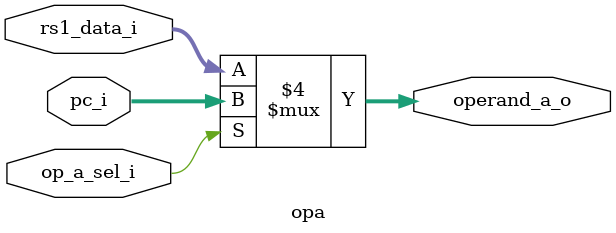
<source format=sv>
module opa(
    // input
    input logic [31:0] pc_i ,
    input logic [31:0] rs1_data_i ,
    input logic op_a_sel_i ,

    // output
    output logic [31:0] operand_a_o 
);
    always_comb begin
        if(op_a_sel_i == 1'b1) operand_a_o = pc_i ;
        else operand_a_o = rs1_data_i ;
    end
endmodule : opa

</source>
